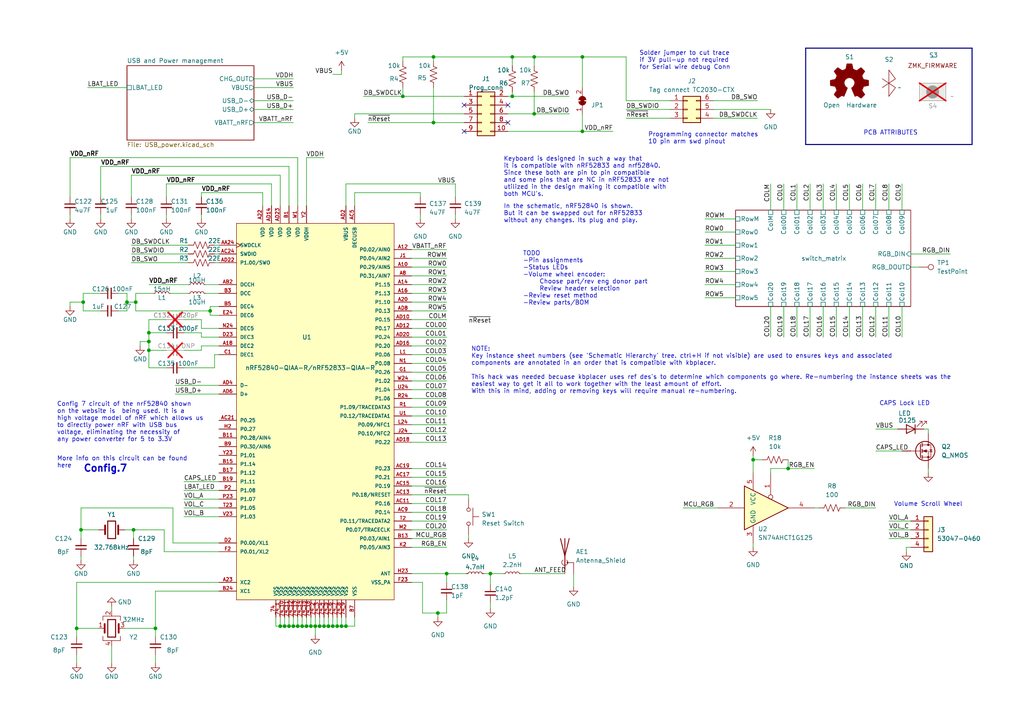
<source format=kicad_sch>
(kicad_sch (version 20250114) (generator "eeschema") (generator_version "9.0")
  (paper "A4")
  (title_block (title "Main Page") (date "2024-02-17") (rev "1.0") (company "HW-tinkerers"))
  (text "Config.7\n" (at 24.13 137.16 0) (effects (font (size 2 2) (thickness 0.4) (bold yes)) (justify left bottom)))
  (text "PCB ATTRIBUTES" (at 258.318 38.608 0) (effects (font (size 1.27 1.27))))
  (text "NOTE:\nKey instance sheet numbers (see 'Schematic Hierarchy' tree. ctrl+H if not visible) are used to ensures keys and associated\ncomponents are annotated in an order that is compatible with kbplacer.\n\nThis hack was needed becuase kbplacer uses ref des's to determine which components go where. Re-numbering the instance sheets was the\neasiest way to get it all to work together with the least amount of effort.\nWith this in mind, adding or removing keys will require manual re-numbering." (at 136.652 107.442 0) (effects (font (size 1.27 1.27)) (justify left)))
  (text "CAPS Lock LED" (at 262.382 117.094 0) (effects (font (size 1.27 1.27))))
  (text "More info on this circuit can be found\nhere\n" (at 16.51 135.89 0) (effects (font (size 1.27 1.27)) (justify left bottom)))
  (text "Keyboard is designed in such a way that \nit is compatible with nRF52833 and nrf52840.\nSince these both are pin to pin compatible \nand some pins that are NC in nRF52833 are not\nutilized in the design making it compatible with \nboth MCU's." (at 146.05 57.15 0) (effects (font (size 1.27 1.27)) (justify left bottom)))
  (text "Programming connector matches \n10 pin arm swd pinout" (at 187.96 41.91 0) (effects (font (size 1.27 1.27)) (justify left bottom)))
  (text "In the schematic, nRF52840 is shown. \nBut it can be swapped out for nRF52833 \nwithout any changes. Its plug and play." (at 146.05 64.77 0) (effects (font (size 1.27 1.27)) (justify left bottom)))
  (text "Solder jumper to cut trace \nif 3V pull-up not required \nfor Serial wire debug Conn" (at 185.42 20.32 0) (effects (font (size 1.27 1.27)) (justify left bottom)))
  (text "Volume Scroll Wheel" (at 269.24 146.304 0) (effects (font (size 1.27 1.27))))
  (text "Config 7 circuit of the nrF52840 shown \non the website is  being used. It is a \nhigh voltage model of nRF which allows us \nto directly power nRF with USB bus \nvoltage, eliminating the necessity of\nany power converter for 5 to 3.3V\n" (at 16.51 128.27 0) (effects (font (size 1.27 1.27)) (justify left bottom)))
  (text "TODO\n-Pin assignments\n-Status LEDs\n-Volume wheel encoder:\n	Choose part/rev eng donor part\n	Review header selection\n-Review reset method\n-Review parts/BOM" (at 151.638 80.772 0) (effects (font (size 1.27 1.27)) (justify left)))
  (junction (at 96.52 181.61))
  (junction (at 93.98 181.61))
  (junction (at 218.44 133.35))
  (junction (at 91.44 181.61))
  (junction (at 39.37 87.63))
  (junction (at 88.9 181.61))
  (junction (at 95.25 181.61))
  (junction (at 85.09 181.61))
  (junction (at 22.225 182.245))
  (junction (at 60.96 90.17))
  (junction (at 43.18 96.52))
  (junction (at 97.79 181.61))
  (junction (at 125.73 16.51))
  (junction (at 100.33 181.61))
  (junction (at 142.24 166.37))
  (junction (at 154.94 33.02))
  (junction (at 168.91 38.1))
  (junction (at 24.13 87.63))
  (junction (at 116.84 27.94))
  (junction (at 36.83 87.63))
  (junction (at 43.18 101.6))
  (junction (at 83.82 181.61))
  (junction (at 148.59 27.94))
  (junction (at 86.36 181.61))
  (junction (at 129.54 166.37))
  (junction (at 23.495 153.67))
  (junction (at 38.735 153.67))
  (junction (at 82.55 181.61))
  (junction (at 154.94 16.51))
  (junction (at 45.085 182.245))
  (junction (at 228.6 135.89))
  (junction (at 168.91 16.51))
  (junction (at 92.71 181.61))
  (junction (at 87.63 181.61))
  (junction (at 43.18 99.06))
  (junction (at 127 177.8))
  (junction (at 90.17 181.61))
  (junction (at 125.73 35.56))
  (junction (at 148.59 16.51))
  (junction (at 81.28 181.61))
  (junction (at 99.06 181.61))
  (no_connect (at 147.32 35.56))
  (no_connect (at 134.62 30.48))
  (no_connect (at 147.32 30.48))
  (no_connect (at 134.62 38.1))
  (wire (pts (xy 250.19 88.9) (xy 250.19 97.79)))
  (wire (pts (xy 96.52 179.07) (xy 96.52 181.61)))
  (wire (pts (xy 43.18 106.68) (xy 48.26 106.68)))
  (wire (pts (xy 142.24 166.37) (xy 146.05 166.37)))
  (wire (pts (xy 83.82 48.26) (xy 83.82 59.69)))
  (wire (pts (xy 22.225 168.91) (xy 22.225 182.245)))
  (wire (pts (xy 73.66 31.75) (xy 85.09 31.75)))
  (wire (pts (xy 58.42 92.71) (xy 58.42 95.25)))
  (wire (pts (xy 87.63 179.07) (xy 87.63 181.61)))
  (wire (pts (xy 73.66 35.56) (xy 85.09 35.56)))
  (wire (pts (xy 102.87 33.02) (xy 134.62 33.02)))
  (wire (pts (xy 99.06 179.07) (xy 99.06 181.61)))
  (wire (pts (xy 38.1 71.12) (xy 54.61 71.12)))
  (wire (pts (xy 254 124.46) (xy 260.35 124.46)))
  (wire (pts (xy 204.47 71.12) (xy 213.36 71.12)))
  (wire (pts (xy 198.12 147.32) (xy 208.28 147.32)))
  (wire (pts (xy 207.01 29.21) (xy 219.71 29.21)))
  (wire (pts (xy 23.495 147.32) (xy 23.495 153.67)))
  (wire (pts (xy 234.95 53.34) (xy 234.95 60.96)))
  (wire (pts (xy 119.38 158.75) (xy 129.54 158.75)))
  (wire (pts (xy 121.92 62.23) (xy 121.92 63.5)))
  (wire (pts (xy 231.14 88.9) (xy 231.14 97.79)))
  (wire (pts (xy 48.26 57.15) (xy 48.26 53.34)))
  (wire (pts (xy 234.95 88.9) (xy 234.95 97.79)))
  (wire (pts (xy 119.38 138.43) (xy 129.54 138.43)))
  (wire (pts (xy 125.73 16.51) (xy 148.59 16.51)))
  (wire (pts (xy 43.18 99.06) (xy 43.18 101.6)))
  (wire (pts (xy 140.335 166.37) (xy 142.24 166.37)))
  (wire (pts (xy 228.6 135.89) (xy 236.22 135.89)))
  (wire (pts (xy 147.32 33.02) (xy 154.94 33.02)))
  (wire (pts (xy 20.32 45.72) (xy 20.32 57.15)))
  (wire (pts (xy 100.33 59.69) (xy 100.33 53.34)))
  (wire (pts (xy 119.38 105.41) (xy 129.54 105.41)))
  (wire (pts (xy 127 177.8) (xy 127 179.07)))
  (wire (pts (xy 86.36 45.72) (xy 86.36 59.69)))
  (wire (pts (xy 43.18 101.6) (xy 48.26 101.6)))
  (wire (pts (xy 116.84 27.94) (xy 134.62 27.94)))
  (wire (pts (xy 36.83 87.63) (xy 39.37 87.63)))
  (wire (pts (xy 58.42 57.15) (xy 58.42 55.88)))
  (wire (pts (xy 154.94 26.67) (xy 154.94 33.02)))
  (wire (pts (xy 43.18 82.55) (xy 54.61 82.55)))
  (wire (pts (xy 154.94 16.51) (xy 154.94 19.05)))
  (wire (pts (xy 29.21 62.23) (xy 29.21 63.5)))
  (wire (pts (xy 91.44 181.61) (xy 91.44 184.15)))
  (wire (pts (xy 119.38 87.63) (xy 129.54 87.63)))
  (wire (pts (xy 116.84 16.51) (xy 125.73 16.51)))
  (wire (pts (xy 257.81 88.9) (xy 257.81 97.79)))
  (wire (pts (xy 267.97 124.46) (xy 269.24 124.46)))
  (wire (pts (xy 88.9 181.61) (xy 87.63 181.61)))
  (wire (pts (xy 38.735 153.67) (xy 38.735 156.21)))
  (wire (pts (xy 148.59 26.67) (xy 148.59 27.94)))
  (wire (pts (xy 36.195 182.245) (xy 45.085 182.245)))
  (wire (pts (xy 29.21 57.15) (xy 29.21 48.26)))
  (wire (pts (xy 95.25 179.07) (xy 95.25 181.61)))
  (wire (pts (xy 49.53 85.09) (xy 54.61 85.09)))
  (wire (pts (xy 119.38 80.01) (xy 129.54 80.01)))
  (wire (pts (xy 20.32 88.9) (xy 20.32 87.63)))
  (wire (pts (xy 119.38 97.79) (xy 129.54 97.79)))
  (wire (pts (xy 45.085 182.245) (xy 45.085 184.785)))
  (wire (pts (xy 92.71 181.61) (xy 91.44 181.61)))
  (wire (pts (xy 257.81 156.21) (xy 264.16 156.21)))
  (wire (pts (xy 264.16 77.47) (xy 266.7 77.47)))
  (bus (pts (xy 233.68 13.97) (xy 233.68 41.91)))
  (wire (pts (xy 100.33 53.34) (xy 132.08 53.34)))
  (wire (pts (xy 102.87 55.88) (xy 121.92 55.88)))
  (wire (pts (xy 99.06 21.59) (xy 96.52 21.59)))
  (wire (pts (xy 264.16 73.66) (xy 275.59 73.66)))
  (wire (pts (xy 24.13 87.63) (xy 24.13 90.17)))
  (wire (pts (xy 24.13 90.17) (xy 29.21 90.17)))
  (wire (pts (xy 119.38 135.89) (xy 129.54 135.89)))
  (wire (pts (xy 119.38 102.87) (xy 129.54 102.87)))
  (wire (pts (xy 264.16 158.75) (xy 262.89 158.75)))
  (wire (pts (xy 43.18 92.71) (xy 43.18 96.52)))
  (wire (pts (xy 119.38 107.95) (xy 129.54 107.95)))
  (wire (pts (xy 93.98 179.07) (xy 93.98 181.61)))
  (wire (pts (xy 23.495 153.67) (xy 28.575 153.67)))
  (wire (pts (xy 246.38 53.34) (xy 246.38 60.96)))
  (wire (pts (xy 125.73 25.4) (xy 125.73 35.56)))
  (wire (pts (xy 147.32 38.1) (xy 168.91 38.1)))
  (wire (pts (xy 38.1 57.15) (xy 38.1 50.8)))
  (wire (pts (xy 119.38 151.13) (xy 129.54 151.13)))
  (wire (pts (xy 23.495 161.29) (xy 23.495 162.56)))
  (wire (pts (xy 204.47 63.5) (xy 213.36 63.5)))
  (wire (pts (xy 105.41 27.94) (xy 116.84 27.94)))
  (wire (pts (xy 53.34 96.52) (xy 58.42 96.52)))
  (wire (pts (xy 166.37 166.37) (xy 166.37 170.18)))
  (wire (pts (xy 204.47 82.55) (xy 213.36 82.55)))
  (wire (pts (xy 119.38 140.97) (xy 129.54 140.97)))
  (wire (pts (xy 90.17 179.07) (xy 90.17 181.61)))
  (wire (pts (xy 246.38 88.9) (xy 246.38 97.79)))
  (wire (pts (xy 154.94 33.02) (xy 165.1 33.02)))
  (wire (pts (xy 97.79 181.61) (xy 96.52 181.61)))
  (wire (pts (xy 119.38 120.65) (xy 129.54 120.65)))
  (wire (pts (xy 20.32 45.72) (xy 86.36 45.72)))
  (bus (pts (xy 233.68 13.97) (xy 281.94 13.97)))
  (wire (pts (xy 59.69 85.09) (xy 63.5 85.09)))
  (wire (pts (xy 60.96 90.17) (xy 60.96 88.9)))
  (wire (pts (xy 88.9 45.72) (xy 88.9 59.69)))
  (wire (pts (xy 22.225 182.245) (xy 28.575 182.245)))
  (wire (pts (xy 62.23 106.68) (xy 62.23 102.87)))
  (wire (pts (xy 29.21 85.09) (xy 24.13 85.09)))
  (wire (pts (xy 227.33 88.9) (xy 227.33 97.79)))
  (wire (pts (xy 218.44 133.35) (xy 220.98 133.35)))
  (wire (pts (xy 48.26 92.71) (xy 43.18 92.71)))
  (wire (pts (xy 38.1 50.8) (xy 81.28 50.8)))
  (wire (pts (xy 250.19 53.34) (xy 250.19 60.96)))
  (wire (pts (xy 207.01 31.75) (xy 223.52 31.75)))
  (wire (pts (xy 227.33 53.34) (xy 227.33 60.96)))
  (wire (pts (xy 245.11 147.32) (xy 254 147.32)))
  (wire (pts (xy 119.38 92.71) (xy 129.54 92.71)))
  (wire (pts (xy 119.38 125.73) (xy 129.54 125.73)))
  (wire (pts (xy 96.52 181.61) (xy 95.25 181.61)))
  (wire (pts (xy 119.38 148.59) (xy 129.54 148.59)))
  (wire (pts (xy 53.34 106.68) (xy 62.23 106.68)))
  (wire (pts (xy 22.225 182.245) (xy 22.225 184.785)))
  (wire (pts (xy 223.52 137.16) (xy 223.52 135.89)))
  (wire (pts (xy 43.18 101.6) (xy 43.18 106.68)))
  (wire (pts (xy 135.89 154.94) (xy 135.89 156.21)))
  (wire (pts (xy 91.44 181.61) (xy 90.17 181.61)))
  (wire (pts (xy 81.28 181.61) (xy 80.01 181.61)))
  (wire (pts (xy 168.91 38.1) (xy 177.8 38.1)))
  (wire (pts (xy 168.91 16.51) (xy 181.61 16.51)))
  (wire (pts (xy 254 130.81) (xy 261.62 130.81)))
  (wire (pts (xy 47.625 153.67) (xy 38.735 153.67)))
  (wire (pts (xy 119.38 82.55) (xy 129.54 82.55)))
  (wire (pts (xy 24.13 85.09) (xy 24.13 87.63)))
  (wire (pts (xy 129.54 166.37) (xy 135.255 166.37)))
  (wire (pts (xy 135.89 144.78) (xy 135.89 143.51)))
  (wire (pts (xy 125.73 35.56) (xy 134.62 35.56)))
  (wire (pts (xy 121.92 55.88) (xy 121.92 57.15)))
  (wire (pts (xy 50.8 111.76) (xy 63.5 111.76)))
  (wire (pts (xy 181.61 16.51) (xy 181.61 29.21)))
  (wire (pts (xy 92.71 179.07) (xy 92.71 181.61)))
  (wire (pts (xy 119.38 153.67) (xy 129.54 153.67)))
  (wire (pts (xy 81.28 179.07) (xy 81.28 181.61)))
  (wire (pts (xy 261.62 88.9) (xy 261.62 97.79)))
  (wire (pts (xy 147.32 27.94) (xy 148.59 27.94)))
  (wire (pts (xy 39.37 87.63) (xy 39.37 90.17)))
  (bus (pts (xy 281.94 41.91) (xy 233.68 41.91)))
  (wire (pts (xy 38.1 73.66) (xy 54.61 73.66)))
  (wire (pts (xy 39.37 90.17) (xy 60.96 90.17)))
  (wire (pts (xy 238.76 53.34) (xy 238.76 60.96)))
  (wire (pts (xy 257.81 153.67) (xy 264.16 153.67)))
  (wire (pts (xy 53.34 147.32) (xy 63.5 147.32)))
  (wire (pts (xy 73.66 22.86) (xy 85.09 22.86)))
  (wire (pts (xy 53.34 142.24) (xy 63.5 142.24)))
  (wire (pts (xy 119.38 72.39) (xy 129.54 72.39)))
  (wire (pts (xy 58.42 62.23) (xy 58.42 63.5)))
  (wire (pts (xy 228.6 133.35) (xy 228.6 135.89)))
  (wire (pts (xy 204.47 78.74) (xy 213.36 78.74)))
  (wire (pts (xy 58.42 100.33) (xy 63.5 100.33)))
  (wire (pts (xy 119.38 110.49) (xy 129.54 110.49)))
  (wire (pts (xy 44.45 85.09) (xy 39.37 85.09)))
  (wire (pts (xy 58.42 96.52) (xy 58.42 97.79)))
  (wire (pts (xy 53.34 101.6) (xy 58.42 101.6)))
  (wire (pts (xy 119.38 100.33) (xy 129.54 100.33)))
  (wire (pts (xy 43.18 96.52) (xy 48.26 96.52)))
  (wire (pts (xy 86.36 179.07) (xy 86.36 181.61)))
  (wire (pts (xy 129.54 166.37) (xy 129.54 168.91)))
  (wire (pts (xy 119.38 113.03) (xy 129.54 113.03)))
  (wire (pts (xy 116.84 17.78) (xy 116.84 16.51)))
  (wire (pts (xy 22.225 189.865) (xy 22.225 192.405)))
  (wire (pts (xy 88.9 45.72) (xy 93.98 45.72)))
  (wire (pts (xy 32.385 177.165) (xy 32.385 175.895)))
  (wire (pts (xy 119.38 74.93) (xy 129.54 74.93)))
  (wire (pts (xy 32.385 192.405) (xy 32.385 187.325)))
  (wire (pts (xy 62.23 73.66) (xy 63.5 73.66)))
  (wire (pts (xy 25.4 25.4) (xy 36.83 25.4)))
  (wire (pts (xy 53.34 149.86) (xy 63.5 149.86)))
  (wire (pts (xy 102.87 181.61) (xy 100.33 181.61)))
  (wire (pts (xy 83.82 181.61) (xy 82.55 181.61)))
  (wire (pts (xy 43.18 99.06) (xy 40.64 99.06)))
  (wire (pts (xy 257.81 151.13) (xy 264.16 151.13)))
  (wire (pts (xy 99.06 20.32) (xy 99.06 21.59)))
  (wire (pts (xy 148.59 16.51) (xy 148.59 19.05)))
  (wire (pts (xy 168.91 33.02) (xy 168.91 38.1)))
  (wire (pts (xy 60.96 90.17) (xy 60.96 91.44)))
  (wire (pts (xy 23.495 147.32) (xy 50.165 147.32)))
  (wire (pts (xy 148.59 27.94) (xy 165.1 27.94)))
  (wire (pts (xy 102.87 59.69) (xy 102.87 55.88)))
  (wire (pts (xy 142.24 174.625) (xy 142.24 176.53)))
  (wire (pts (xy 73.66 25.4) (xy 85.09 25.4)))
  (wire (pts (xy 63.5 88.9) (xy 60.96 88.9)))
  (wire (pts (xy 257.81 53.34) (xy 257.81 60.96)))
  (wire (pts (xy 90.17 181.61) (xy 88.9 181.61)))
  (wire (pts (xy 119.38 85.09) (xy 129.54 85.09)))
  (wire (pts (xy 38.1 76.2) (xy 54.61 76.2)))
  (wire (pts (xy 29.21 48.26) (xy 83.82 48.26)))
  (wire (pts (xy 122.555 168.91) (xy 122.555 177.8)))
  (wire (pts (xy 85.09 181.61) (xy 83.82 181.61)))
  (wire (pts (xy 102.87 179.07) (xy 102.87 181.61)))
  (wire (pts (xy 119.38 166.37) (xy 129.54 166.37)))
  (wire (pts (xy 238.76 88.9) (xy 238.76 97.79)))
  (wire (pts (xy 207.01 34.29) (xy 219.71 34.29)))
  (wire (pts (xy 80.01 181.61) (xy 80.01 179.07)))
  (wire (pts (xy 88.9 179.07) (xy 88.9 181.61)))
  (wire (pts (xy 119.38 123.19) (xy 129.54 123.19)))
  (wire (pts (xy 168.91 16.51) (xy 168.91 25.4)))
  (wire (pts (xy 47.625 160.02) (xy 47.625 153.67)))
  (wire (pts (xy 122.555 177.8) (xy 127 177.8)))
  (wire (pts (xy 119.38 128.27) (xy 129.54 128.27)))
  (wire (pts (xy 119.38 118.11) (xy 129.54 118.11)))
  (wire (pts (xy 236.22 147.32) (xy 237.49 147.32)))
  (wire (pts (xy 100.33 181.61) (xy 99.06 181.61)))
  (wire (pts (xy 60.96 91.44) (xy 63.5 91.44)))
  (wire (pts (xy 53.34 144.78) (xy 63.5 144.78)))
  (wire (pts (xy 93.98 181.61) (xy 92.71 181.61)))
  (wire (pts (xy 223.52 53.34) (xy 223.52 60.96)))
  (wire (pts (xy 39.37 85.09) (xy 39.37 87.63)))
  (wire (pts (xy 242.57 88.9) (xy 242.57 97.79)))
  (wire (pts (xy 58.42 97.79) (xy 63.5 97.79)))
  (wire (pts (xy 83.82 179.07) (xy 83.82 181.61)))
  (wire (pts (xy 63.5 171.45) (xy 45.085 171.45)))
  (wire (pts (xy 204.47 67.31) (xy 213.36 67.31)))
  (wire (pts (xy 181.61 29.21) (xy 194.31 29.21)))
  (wire (pts (xy 20.32 62.23) (xy 20.32 63.5)))
  (wire (pts (xy 119.38 90.17) (xy 129.54 90.17)))
  (wire (pts (xy 34.29 90.17) (xy 36.83 90.17)))
  (wire (pts (xy 119.38 115.57) (xy 129.54 115.57)))
  (wire (pts (xy 223.52 135.89) (xy 228.6 135.89)))
  (wire (pts (xy 87.63 181.61) (xy 86.36 181.61)))
  (wire (pts (xy 132.08 62.23) (xy 132.08 63.5)))
  (wire (pts (xy 204.47 74.93) (xy 213.36 74.93)))
  (wire (pts (xy 151.13 166.37) (xy 163.83 166.37)))
  (wire (pts (xy 58.42 101.6) (xy 58.42 100.33)))
  (wire (pts (xy 262.89 158.75) (xy 262.89 160.02)))
  (wire (pts (xy 218.44 133.35) (xy 218.44 137.16)))
  (wire (pts (xy 254 53.34) (xy 254 60.96)))
  (wire (pts (xy 269.24 135.89) (xy 269.24 137.16)))
  (wire (pts (xy 38.735 161.29) (xy 38.735 162.56)))
  (wire (pts (xy 45.085 189.865) (xy 45.085 192.405)))
  (wire (pts (xy 53.34 92.71) (xy 58.42 92.71)))
  (wire (pts (xy 63.5 160.02) (xy 47.625 160.02)))
  (wire (pts (xy 218.44 132.08) (xy 218.44 133.35)))
  (wire (pts (xy 254 88.9) (xy 254 97.79)))
  (wire (pts (xy 86.36 181.61) (xy 85.09 181.61)))
  (wire (pts (xy 148.59 16.51) (xy 154.94 16.51)))
  (wire (pts (xy 50.165 147.32) (xy 50.165 157.48)))
  (wire (pts (xy 48.26 53.34) (xy 78.74 53.34)))
  (wire (pts (xy 34.29 85.09) (xy 36.83 85.09)))
  (wire (pts (xy 223.52 88.9) (xy 223.52 97.79)))
  (wire (pts (xy 231.14 53.34) (xy 231.14 60.96)))
  (wire (pts (xy 62.23 71.12) (xy 63.5 71.12)))
  (wire (pts (xy 119.38 156.21) (xy 129.54 156.21)))
  (wire (pts (xy 58.42 55.88) (xy 76.2 55.88)))
  (wire (pts (xy 50.165 157.48) (xy 63.5 157.48)))
  (wire (pts (xy 132.08 53.34) (xy 132.08 57.15)))
  (wire (pts (xy 36.83 85.09) (xy 36.83 87.63)))
  (wire (pts (xy 78.74 53.34) (xy 78.74 59.69)))
  (wire (pts (xy 40.64 99.06) (xy 40.64 100.33)))
  (wire (pts (xy 58.42 95.25) (xy 63.5 95.25)))
  (wire (pts (xy 53.34 139.7) (xy 63.5 139.7)))
  (wire (pts (xy 99.06 181.61) (xy 97.79 181.61)))
  (wire (pts (xy 73.66 29.21) (xy 85.09 29.21)))
  (wire (pts (xy 142.24 166.37) (xy 142.24 169.545)))
  (wire (pts (xy 119.38 146.05) (xy 129.54 146.05)))
  (wire (pts (xy 97.79 179.07) (xy 97.79 181.61)))
  (wire (pts (xy 269.24 124.46) (xy 269.24 125.73)))
  (wire (pts (xy 181.61 31.75) (xy 194.31 31.75)))
  (wire (pts (xy 20.32 87.63) (xy 24.13 87.63)))
  (wire (pts (xy 181.61 34.29) (xy 194.31 34.29)))
  (wire (pts (xy 218.44 157.48) (xy 218.44 158.75)))
  (wire (pts (xy 119.38 95.25) (xy 129.54 95.25)))
  (wire (pts (xy 36.83 87.63) (xy 36.83 90.17)))
  (wire (pts (xy 82.55 179.07) (xy 82.55 181.61)))
  (wire (pts (xy 95.25 181.61) (xy 93.98 181.61)))
  (wire (pts (xy 76.2 55.88) (xy 76.2 59.69)))
  (wire (pts (xy 261.62 53.34) (xy 261.62 60.96)))
  (wire (pts (xy 48.26 62.23) (xy 48.26 63.5)))
  (wire (pts (xy 204.47 86.36) (xy 213.36 86.36)))
  (wire (pts (xy 106.68 35.56) (xy 125.73 35.56)))
  (wire (pts (xy 36.195 153.67) (xy 38.735 153.67)))
  (wire (pts (xy 45.085 171.45) (xy 45.085 182.245)))
  (wire (pts (xy 102.87 33.02) (xy 102.87 34.29)))
  (wire (pts (xy 63.5 168.91) (xy 22.225 168.91)))
  (wire (pts (xy 85.09 179.07) (xy 85.09 181.61)))
  (wire (pts (xy 127 177.8) (xy 129.54 177.8)))
  (wire (pts (xy 100.33 179.07) (xy 100.33 181.61)))
  (wire (pts (xy 242.57 53.34) (xy 242.57 60.96)))
  (bus (pts (xy 281.94 13.97) (xy 281.94 41.91)))
  (wire (pts (xy 59.69 82.55) (xy 63.5 82.55)))
  (wire (pts (xy 119.38 143.51) (xy 135.89 143.51)))
  (wire (pts (xy 119.38 168.91) (xy 122.555 168.91)))
  (wire (pts (xy 23.495 153.67) (xy 23.495 156.21)))
  (wire (pts (xy 38.1 62.23) (xy 38.1 63.5)))
  (wire (pts (xy 91.44 179.07) (xy 91.44 181.61)))
  (wire (pts (xy 129.54 173.99) (xy 129.54 177.8)))
  (wire (pts (xy 81.28 50.8) (xy 81.28 59.69)))
  (wire (pts (xy 116.84 25.4) (xy 116.84 27.94)))
  (wire (pts (xy 62.23 76.2) (xy 63.5 76.2)))
  (wire (pts (xy 43.18 96.52) (xy 43.18 99.06)))
  (wire (pts (xy 119.38 77.47) (xy 129.54 77.47)))
  (wire (pts (xy 82.55 181.61) (xy 81.28 181.61)))
  (wire (pts (xy 62.23 102.87) (xy 63.5 102.87)))
  (wire (pts (xy 154.94 16.51) (xy 168.91 16.51)))
  (wire (pts (xy 125.73 16.51) (xy 125.73 17.78)))
  (wire (pts (xy 50.8 114.3) (xy 63.5 114.3)))
  (label "COL14" (at 246.38 97.79 90))
  (label "COL05" (at 129.54 107.95 180))
  (label "USB_D-" (at 50.8 111.76 0))
  (label "ROW4" (at 129.54 87.63 180))
  (label "COL09" (at 129.54 118.11 180))
  (label "ANT_FEED" (at 154.94 166.37 0))
  (label "COL08" (at 129.54 115.57 180))
  (label "VOL_C" (at 53.34 147.32 0))
  (label "ROW2" (at 129.54 82.55 180))
  (label "COL12" (at 129.54 125.73 180))
  (label "USB_D+" (at 85.09 31.75 180))
  (label "COL12" (at 254 97.79 90))
  (label "CAPS_LED" (at 254 130.81 0))
  (label "VOL_C" (at 257.81 153.67 0))
  (label "COL11" (at 129.54 123.19 180))
  (label "VDD_nRF" (at 29.21 48.26 0) (effects (font (bold yes))))
  (label "COL20" (at 129.54 153.67 180))
  (label "VBUS" (at 254 124.46 0))
  (label "USB_D+" (at 50.8 114.3 0))
  (label "ROW1" (at 129.54 80.01 180))
  (label "RGB_DIN" (at 254 147.32 180))
  (label "COL1" (at 231.14 53.34 270))
  (label "COL00" (at 129.54 95.25 180))
  (label "RGB_DIN" (at 275.59 73.66 180))
  (label "MCU_RGB" (at 129.54 156.21 180))
  (label "COL18" (at 129.54 148.59 180))
  (label "COL0" (at 227.33 53.34 270))
  (label "VDD_nRF" (at 177.8 38.1 180))
  (label "DB_SWO" (at 219.71 29.21 180))
  (label "COL03" (at 129.54 102.87 180))
  (label "COL16" (at 129.54 140.97 180))
  (label "COL2" (at 234.95 53.34 270))
  (label "DB_SWDCLK" (at 38.1 71.12 0))
  (label "COL15" (at 129.54 138.43 180))
  (label "VDD_nRF" (at 58.42 55.88 0) (effects (font (bold yes))))
  (label "COL17" (at 234.95 97.79 90))
  (label "ROWM" (at 204.47 63.5 0))
  (label "~{nReset}" (at 135.89 93.98 0))
  (label "COL14" (at 129.54 135.89 180))
  (label "DB_SWDIO" (at 165.1 33.02 180))
  (label "COL19" (at 129.54 151.13 180))
  (label "~{nReset}" (at 181.61 34.29 0))
  (label "COL8" (at 257.81 53.34 270))
  (label "MCU_RGB" (at 198.12 147.32 0))
  (label "COL02" (at 129.54 100.33 180))
  (label "COL20" (at 223.52 97.79 90))
  (label "COLM" (at 223.52 53.34 270))
  (label "VOL_B" (at 257.81 156.21 0))
  (label "CAPS_LED" (at 53.34 139.7 0))
  (label "COL11" (at 257.81 97.79 90))
  (label "DB_SWO" (at 38.1 76.2 0))
  (label "COL16" (at 238.76 97.79 90))
  (label "ROW1" (at 204.47 71.12 0))
  (label "COL7" (at 254 53.34 270))
  (label "COL10" (at 129.54 120.65 180))
  (label "ROW3" (at 204.47 78.74 0))
  (label "~{nReset}" (at 106.68 35.56 0))
  (label "COL10" (at 261.62 97.79 90))
  (label "VDD_nRF" (at 20.32 45.72 0) (effects (font (bold yes))))
  (label "DB_SWDCLK" (at 219.71 34.29 180))
  (label "COL13" (at 250.19 97.79 90))
  (label "VBATT_nRF" (at 129.54 72.39 180))
  (label "COL18" (at 231.14 97.79 90))
  (label "COL4" (at 242.57 53.34 270))
  (label "COL04" (at 129.54 105.41 180))
  (label "VBUS" (at 132.08 53.34 180))
  (label "VDDH" (at 93.98 45.72 180))
  (label "LBAT_LED" (at 25.4 25.4 0))
  (label "COL07" (at 129.54 113.03 180))
  (label "COL06" (at 129.54 110.49 180))
  (label "ROW5" (at 129.54 90.17 180))
  (label "RGB_EN" (at 236.22 135.89 180))
  (label "LBAT_LED" (at 53.34 142.24 0))
  (label "VDD_nRF" (at 43.18 82.55 0) (effects (font (bold yes))))
  (label "VOL_B" (at 53.34 149.86 0))
  (label "ROWM" (at 129.54 74.93 180))
  (label "ROW4" (at 204.47 82.55 0))
  (label "COL19" (at 227.33 97.79 90))
  (label "COL17" (at 129.54 146.05 180))
  (label "DB_SWDIO" (at 181.61 31.75 0))
  (label "COL3" (at 238.76 53.34 270))
  (label "USB_D-" (at 85.09 29.21 180))
  (label "ROW2" (at 204.47 74.93 0))
  (label "COL9" (at 261.62 53.34 270))
  (label "DB_SWDIO" (at 38.1 73.66 0))
  (label "DB_SWO" (at 165.1 27.94 180))
  (label "COL5" (at 246.38 53.34 270))
  (label "VOL_A" (at 53.34 144.78 0))
  (label "RGB_EN" (at 129.54 158.75 180))
  (label "ROW0" (at 129.54 77.47 180))
  (label "VBUS" (at 85.09 25.4 180))
  (label "VDD_nRF" (at 38.1 50.8 0) (effects (font (bold yes))))
  (label "ROW0" (at 204.47 67.31 0))
  (label "ROW3" (at 129.54 85.09 180))
  (label "VBUS" (at 96.52 21.59 180))
  (label "VOL_A" (at 257.81 151.13 0))
  (label "COL13" (at 129.54 128.27 180))
  (label "DB_SWDCLK" (at 105.41 27.94 0))
  (label "ROW5" (at 204.47 86.36 0))
  (label "VDD_nRF" (at 48.26 53.34 0) (effects (font (bold yes))))
  (label "COL15" (at 242.57 97.79 90))
  (label "VDDH" (at 85.09 22.86 180))
  (label "COL6" (at 250.19 53.34 270))
  (label "~{nReset}" (at 129.54 143.51 180))
  (label "COLM" (at 129.54 92.71 180))
  (label "VBATT_nRF" (at 85.09 35.56 180))
  (label "COL01" (at 129.54 97.79 180))
  (symbol (lib_id "power:GND") (at 132.08 63.5 0) (unit 1)
    (property "Reference" "#PWR0382" (effects (hide yes)))
    (property "Value" "GND" (at 132.08 68.58 0))
  )
  (symbol (lib_id "keyboard:C_Small") (at 50.8 96.52 90) (unit 1)
    (property "Reference" "C133" (at 48.26 95.25 90))
    (property "Value" "100pF" (at 54.61 95.25 90))
    (property "Footprint" "keyboard:C_0402_1005Metric" (effects (hide yes)))
    (property "Datasheet" "https://datasheet.lcsc.com/lcsc/2304140030_YAGEO-CC0402JRNPO9BN101_C106200.pdf" (effects (hide yes)))
    (property "PN" "CC0402JRNPO9BN101" (effects (hide yes)))
    (property "LCSC Part Number" "C106200" (effects (hide yes)))
    (property "LCSC link" "https://www.lcsc.com/product-detail/Multilayer-Ceramic-Capacitors-MLCC-SMD-SMT_YAGEO-CC0402JRNPO9BN101_C106200.html" (effects (hide yes)))
  )
  (symbol (lib_id "keyboard:L_Small") (at 137.795 166.37 90) (unit 1)
    (property "Reference" "L4" (at 137.795 161.925 90))
    (property "Value" "4.7nH" (at 137.795 164.465 90))
    (property "Footprint" "keyboard:L_0402_1005Metric" (effects (hide yes)))
    (property "Datasheet" "https://datasheet.lcsc.com/lcsc/2304140030_TDK-MLK1005S4N7ST000_C136252.pdf" (effects (hide yes)))
    (property "PN" "MLK1005S4N7ST000" (effects (hide yes)))
    (property "LCSC Part Number" "C136252" (effects (hide yes)))
    (property "LCSC link" "https://www.lcsc.com/product-detail/Inductors-SMD_TDK-MLK1005S4N7ST000_C136252.html" (effects (hide yes)))
  )
  (symbol (lib_id "power:GND") (at 102.87 34.29 0) (unit 1)
    (property "Reference" "#PWR0379" (effects (hide yes)))
    (property "Value" "GND" (at 102.87 38.1 0))
  )
  (symbol (lib_id "keyboard:R_US") (at 154.94 22.86 270) (unit 1)
    (property "Reference" "R7" (at 152.4 24.13 90))
    (property "Value" "10k" (at 152.4 20.32 90))
    (property "Footprint" "keyboard:R_0402_1005Metric" (effects (hide yes)))
    (property "Datasheet" "https://datasheet.lcsc.com/lcsc/2304140030_YAGEO-RC0402FR-0710KL_C60490.pdf" (effects (hide yes)))
    (property "PN" "RC0402FR-0710KL" (effects (hide yes)))
    (property "LCSC Part Number" "C60490" (effects (hide yes)))
    (property "LCSC link" "https://www.lcsc.com/product-detail/Chip-Resistor-Surface-Mount_YAGEO-RC0402FR-0710KL_C60490.html" (effects (hide yes)))
  )
  (symbol (lib_id "Device:LED") (at 264.16 124.46 180) (unit 1)
    (property "Reference" "D125" (at 263.144 121.92 0))
    (property "Value" "LED" (at 262.382 119.888 0))
    (property "Footprint" "keyboard:LED_0603_1608Metric" (effects (hide yes)))
    (property "Description" "Light emitting diode" (effects (hide yes)))
    (property "Sim.Pins" "1=K 2=A" (effects (hide yes)))
  )
  (symbol (lib_id "power:GND") (at 22.225 192.405 0) (unit 1)
    (property "Reference" "#PWR0366" (effects (hide yes)))
    (property "Value" "GND" (at 22.225 196.215 0))
  )
  (symbol (lib_id "keyboard:Conn_02x03") (at 199.39 31.75 0) (unit 1)
    (property "Reference" "J2" (at 200.66 23.495 0))
    (property "Value" "Tag connect TC2030-CTX" (at 200.66 26.035 0))
    (property "Footprint" "keyboard:TC2030-IDC-NL" (effects (hide yes)))
    (property "Datasheet" "https://www.tag-connect.com/wp-content/uploads/bsk-pdf-manager/TC2030-CTX_1.pdf" (effects (hide yes)))
  )
  (symbol (lib_id "Device:C_Small") (at 31.75 90.17 270) (mirror x) (unit 1)
    (property "Reference" "C127" (at 33.02 88.9 90) (effects (justify left)))
    (property "Value" "1uF" (at 26.67 88.9 90) (effects (justify left)))
    (property "Footprint" "keyboard:C_0603_1608Metric" (effects (hide yes)))
    (property "Datasheet" "https://datasheet.lcsc.com/lcsc/2209191700_Samsung-Electro-Mechanics-CL10A105KO8NNNC_C1592.pdf" (effects (hide yes)))
    (property "LCSC link" "https://www.lcsc.com/product-detail/Multilayer-Ceramic-Capacitors-MLCC-SMD-SMT_Samsung-Electro-Mechanics-CL10A105KO8NNNC_C1592.html" (effects (hide yes)))
    (property "PN" "CL10A105KO8NNNC" (effects (hide yes)))
    (property "LCSC Part Number" "C1592" (effects (hide yes)))
  )
  (symbol (lib_id "keyboard:C_Small") (at 23.495 158.75 180) (unit 1)
    (property "Reference" "C124" (at 18.415 156.21 0))
    (property "Value" "8pF" (at 18.415 160.02 0))
    (property "Footprint" "keyboard:C_0402_1005Metric" (effects (hide yes)))
    (property "Datasheet" "https://www.lcsc.com/product-detail/Multilayer-Ceramic-Capacitors-MLCC-SMD-SMT_YAGEO-AC0402CRNPO9BN8R0_C962144.html" (effects (hide yes)))
    (property "PN" "AC0402CRNPO9BN8R0" (effects (hide yes)))
    (property "LCSC Part Number" "C962144" (effects (hide yes)))
    (property "LCSC link" "https://www.lcsc.com/product-detail/Multilayer-Ceramic-Capacitors-MLCC-SMD-SMT_YAGEO-CC0201CRNPO8BN8R0_C5182411.html" (effects (hide yes)))
  )
  (symbol (lib_id "keyboard:C_Small") (at 20.32 59.69 0) (unit 1)
    (property "Reference" "C122" (at 21.59 58.42 0) (effects (justify left)))
    (property "Value" "4u7F" (at 21.59 60.96 0) (effects (justify left)))
    (property "Footprint" "keyboard:C_0805_2012Metric" (effects (hide yes)))
    (property "Datasheet" "https://datasheet.lcsc.com/lcsc/2304140030_Samsung-Electro-Mechanics-CL21A475KAQNNNE_C1779.pdf" (effects (hide yes)))
    (property "LCSC link" "https://www.lcsc.com/product-detail/Multilayer-Ceramic-Capacitors-MLCC-SMD-SMT_Samsung-Electro-Mechanics-CL21A475KAQNNNE_C1779.html" (effects (hide yes)))
    (property "PN" "CL21A475KAQNNNE" (effects (hide yes)))
    (property "LCSC Part Number" "C1779" (effects (hide yes)))
  )
  (symbol (lib_id "keyboard:Outline") (at 270.51 26.67 0) (unit 1) (exclude_from_sim yes) (in_bom no) (dnp yes)
    (property "Reference" "S4" (at 269.24 30.734 0) (effects (justify left)))
    (property "Value" "~" (at 275.59 27.94 0) (effects (justify left)))
    (property "Footprint" "keyboard:Keybaord_outline_edgecuts" (effects (hide yes)))
    (property "Description" "Keyboard outline" (effects (hide yes)))
  )
  (symbol (lib_id "keyboard:R_US") (at 116.84 21.59 270) (unit 1)
    (property "Reference" "R4" (at 114.3 22.86 90))
    (property "Value" "10k" (at 114.3 19.05 90))
    (property "Footprint" "keyboard:R_0402_1005Metric" (effects (hide yes)))
    (property "Datasheet" "https://datasheet.lcsc.com/lcsc/2304140030_YAGEO-RC0402FR-0710KL_C60490.pdf" (effects (hide yes)))
    (property "PN" "RC0402FR-0710KL" (effects (hide yes)))
    (property "LCSC Part Number" "C60490" (effects (hide yes)))
    (property "LCSC link" "https://www.lcsc.com/product-detail/Chip-Resistor-Surface-Mount_YAGEO-RC0402FR-0710KL_C60490.html" (effects (hide yes)))
  )
  (symbol (lib_id "power:GND") (at 223.52 31.75 0) (unit 1)
    (property "Reference" "#PWR0388" (effects (hide yes)))
    (property "Value" "GND" (at 223.52 36.83 0))
  )
  (symbol (lib_id "power:GND") (at 38.1 63.5 0) (unit 1)
    (property "Reference" "#PWR0371" (effects (hide yes)))
    (property "Value" "GND" (at 38.1 67.31 0))
  )
  (symbol (lib_id "keyboard:Crystal_GND24") (at 32.385 182.245 0) (unit 1)
    (property "Reference" "Y2" (at 38.735 184.785 0))
    (property "Value" "32MHz" (at 38.735 179.705 0))
    (property "Footprint" "keyboard:SMD-4_crystal" (effects (hide yes)))
    (property "Datasheet" "https://datasheet.lcsc.com/lcsc/2304140030_JYJE-3TJ432000HYFBC_C2149125.pdf" (effects (hide yes)))
    (property "PN" "3TJ432000HYFBC" (effects (hide yes)))
    (property "LCSC link" "https://www.lcsc.com/product-detail/Crystals_JYJE-3TJ432000HYFBC_C2149125.html" (effects (hide yes)))
    (property "LCSC Part Number" "C2149125" (effects (hide yes)))
  )
  (symbol (lib_id "power:GND") (at 23.495 162.56 0) (unit 1)
    (property "Reference" "#PWR0367" (effects (hide yes)))
    (property "Value" "GND" (at 23.495 166.37 0))
  )
  (symbol (lib_id "power:GND") (at 20.32 88.9 0) (unit 1)
    (property "Reference" "#PWR0365" (effects (hide yes)))
    (property "Value" "GND" (at 20.32 92.71 0))
  )
  (symbol (lib_id "keyboard:L_Small") (at 57.15 82.55 90) (unit 1)
    (property "Reference" "L2" (at 57.15 80.01 90))
    (property "Value" "10uH" (at 57.15 81.28 90))
    (property "Footprint" "keyboard:L_0603_1608Metric" (effects (hide yes)))
    (property "LCSC Part Number" "C3911082" (effects (hide yes)))
    (property "LCSC link" "https://www.lcsc.com/product-detail/Inductors-SMD_Murata-Electronics-LQM18DZ100M70L_C3911082.html" (effects (hide yes)))
    (property "PN" "LQM18DZ100M70L" (effects (hide yes)))
  )
  (symbol (lib_id "power:GND") (at 121.92 63.5 0) (unit 1)
    (property "Reference" "#PWR0380" (effects (hide yes)))
    (property "Value" "GND" (at 121.92 68.58 0))
  )
  (symbol (lib_id "power:GND") (at 262.89 160.02 0) (unit 1)
    (property "Reference" "#PWR0389" (effects (hide yes)))
    (property "Value" "GND" (at 262.89 164.084 0))
    (property "Description" "Power symbol creates a global label with name \"GND\" , ground" (effects (hide yes)))
  )
  (symbol (lib_id "power:GND") (at 91.44 184.15 0) (unit 1)
    (property "Reference" "#PWR0377" (effects (hide yes)))
    (property "Value" "GND" (at 91.44 189.23 0))
  )
  (symbol (lib_id "power:GND") (at 58.42 63.5 0) (unit 1)
    (property "Reference" "#PWR0376" (effects (hide yes)))
    (property "Value" "GND" (at 58.42 67.31 0))
  )
  (symbol (lib_id "keyboard:Prog_conn") (at 139.7 33.02 0) (unit 1)
    (property "Reference" "J1" (at 140.97 22.86 0))
    (property "Value" "Prog_conn" (at 140.97 25.4 0))
    (property "Footprint" "keyboard:DB_CONN" (effects (hide yes)))
  )
  (symbol (lib_id "keyboard:C_Small") (at 50.8 106.68 90) (unit 1)
    (property "Reference" "C135" (at 48.26 105.41 90))
    (property "Value" "100nF" (at 54.61 105.41 90))
    (property "Footprint" "keyboard:C_0402_1005Metric" (effects (hide yes)))
    (property "Datasheet" "https://datasheet.lcsc.com/lcsc/2304140030_Samsung-Electro-Mechanics-CL05B104KO5NNNC_C1525.pdf" (effects (hide yes)))
    (property "PN" "CL05B104KO5NNNC" (effects (hide yes)))
    (property "LCSC Part Number" "C1525" (effects (hide yes)))
    (property "LCSC link" "https://www.lcsc.com/product-detail/Multilayer-Ceramic-Capacitors-MLCC-SMD-SMT_Samsung-Electro-Mechanics-CL05B104KO5NNNC_C1525.html" (effects (hide yes)))
  )
  (symbol (lib_id "power:GND") (at 48.26 63.5 0) (unit 1)
    (property "Reference" "#PWR0375" (effects (hide yes)))
    (property "Value" "GND" (at 48.26 67.31 0))
  )
  (symbol (lib_id "power:GND") (at 29.21 63.5 0) (unit 1)
    (property "Reference" "#PWR0368" (effects (hide yes)))
    (property "Value" "GND" (at 29.21 67.31 0))
  )
  (symbol (lib_name "R_US_1") (lib_id "keyboard:R_US") (at 224.79 133.35 90) (unit 1)
    (property "Reference" "R18" (at 224.79 127 90))
    (property "Value" "10k" (at 224.79 129.54 90))
    (property "Footprint" "Resistor_SMD:R_0402_1005Metric" (effects (hide yes)))
    (property "Description" "Resistor, US symbol" (effects (hide yes)))
  )
  (symbol (lib_id "power:+5V") (at 218.44 132.08 0) (unit 1)
    (property "Reference" "#PWR0386" (effects (hide yes)))
    (property "Value" "+5V" (at 218.44 127 0))
    (property "Description" "Power symbol creates a global label with name \"+5V\"" (effects (hide yes)))
  )
  (symbol (lib_id "keyboard:C_Small") (at 31.75 85.09 90) (unit 1)
    (property "Reference" "C126" (at 29.21 83.82 90))
    (property "Value" "100nF" (at 35.56 83.82 90))
    (property "Footprint" "keyboard:C_0402_1005Metric" (effects (hide yes)))
    (property "Datasheet" "https://datasheet.lcsc.com/lcsc/2304140030_Samsung-Electro-Mechanics-CL05B104KO5NNNC_C1525.pdf" (effects (hide yes)))
    (property "PN" "CL05B104KO5NNNC" (effects (hide yes)))
    (property "LCSC Part Number" "C1525" (effects (hide yes)))
    (property "LCSC link" "https://www.lcsc.com/product-detail/Multilayer-Ceramic-Capacitors-MLCC-SMD-SMT_Samsung-Electro-Mechanics-CL05B104KO5NNNC_C1525.html" (effects (hide yes)))
  )
  (symbol (lib_id "keyboard:BLE_SYM") (at 257.81 24.13 0) (unit 1)
    (property "Reference" "S2" (at 256.54 17.272 0) (effects (justify left)))
    (property "Value" "~" (at 260.35 25.4 0) (effects (justify left)))
    (property "Footprint" "keyboard:BLE-symbol" (effects (hide yes)))
  )
  (symbol (lib_id "keyboard:C_Small") (at 50.8 92.71 90) (unit 1) (in_bom no) (dnp yes)
    (property "Reference" "C132" (at 46.99 91.44 90))
    (property "Value" "820pF" (at 54.61 91.44 90))
    (property "Footprint" "keyboard:C_0402_1005Metric" (effects (hide yes)))
    (property "Datasheet" "https://datasheet.lcsc.com/lcsc/2008031703_YAGEO-CC0402KRX7R9BB821_C107031.pdf" (effects (hide yes)))
    (property "PN" "CC0402KRX7R9BB821" (effects (hide yes)))
    (property "LCSC Part Number" "C107031" (effects (hide yes)))
    (property "LCSC link" "https://www.lcsc.com/product-detail/Multilayer-Ceramic-Capacitors-MLCC-SMD-SMT_YAGEO-CC0402KRX7R9BB821_C107031.html" (effects (hide yes)))
  )
  (symbol (lib_id "Connector:TestPoint") (at 266.7 77.47 270) (unit 1)
    (property "Reference" "TP1" (at 271.78 76.1999 90) (effects (justify left)))
    (property "Value" "TestPoint" (at 271.78 78.7399 90) (effects (justify left)))
    (property "Footprint" "TestPoint:TestPoint_Pad_D1.5mm" (effects (hide yes)))
    (property "Description" "test point" (effects (hide yes)))
  )
  (symbol (lib_id "power:GND") (at 32.385 192.405 0) (unit 1)
    (property "Reference" "#PWR0370" (effects (hide yes)))
    (property "Value" "GND" (at 32.385 196.215 0))
  )
  (symbol (lib_id "keyboard:SW_Push") (at 135.89 149.86 270) (unit 1)
    (property "Reference" "SW1" (at 139.7 149.225 90) (effects (justify left)))
    (property "Value" "Reset Switch" (at 139.7 151.765 90) (effects (justify left)))
    (property "Footprint" "keyboard:RST_SW" (effects (hide yes)))
    (property "Datasheet" "https://datasheet.lcsc.com/lcsc/2204251630_XKB-Connectivity-TS-1127-C_C388640.pdf" (effects (hide yes)))
    (property "LCSC Part Number" "C388640" (effects (hide yes)))
    (property "PN" "    TS-1127-C" (effects (hide yes)))
    (property "LCSC link" "https://www.lcsc.com/product-detail/Tactile-Switches_XKB-Connectivity-TS-1127-C_C388640.html" (effects (hide yes)))
  )
  (symbol (lib_id "keyboard:R_US") (at 58.42 71.12 180) (unit 1)
    (property "Reference" "R1" (at 53.34 69.85 0))
    (property "Value" "22E" (at 62.23 69.85 0))
    (property "Footprint" "keyboard:R_0402_1005Metric" (effects (hide yes)))
    (property "Datasheet" "https://datasheet.lcsc.com/lcsc/2304140030_YAGEO-RC0402FR-0722RL_C114765.pdf" (effects (hide yes)))
    (property "PN" "RC0402FR-0722RL" (effects (hide yes)))
    (property "LCSC Part Number" "C114765" (effects (hide yes)))
    (property "LCSC link" "https://www.lcsc.com/product-detail/Chip-Resistor-Surface-Mount_YAGEO-RC0402FR-0722RL_C114765.html" (effects (hide yes)))
  )
  (symbol (lib_id "keyboard:R_US") (at 58.42 73.66 180) (unit 1)
    (property "Reference" "R2" (at 53.34 72.39 0))
    (property "Value" "22E" (at 62.23 72.39 0))
    (property "Footprint" "keyboard:R_0402_1005Metric" (effects (hide yes)))
    (property "Datasheet" "https://datasheet.lcsc.com/lcsc/2304140030_YAGEO-RC0402FR-0722RL_C114765.pdf" (effects (hide yes)))
    (property "PN" "RC0402FR-0722RL" (effects (hide yes)))
    (property "LCSC Part Number" "C114765" (effects (hide yes)))
    (property "LCSC link" "https://www.lcsc.com/product-detail/Chip-Resistor-Surface-Mount_YAGEO-RC0402FR-0722RL_C114765.html" (effects (hide yes)))
  )
  (symbol (lib_id "power:GND") (at 142.24 176.53 0) (unit 1)
    (property "Reference" "#PWR0384" (effects (hide yes)))
    (property "Value" "GND" (at 142.24 181.61 0))
  )
  (symbol (lib_id "power:GND") (at 32.385 175.895 180) (unit 1)
    (property "Reference" "#PWR0369" (effects (hide yes)))
    (property "Value" "GND" (at 36.195 174.625 0))
  )
  (symbol (lib_id "power:+5V") (at 99.06 20.32 0) (unit 1)
    (property "Reference" "#PWR0378" (effects (hide yes)))
    (property "Value" "+5V" (at 99.06 15.24 0))
    (property "Description" "Power symbol creates a global label with name \"+5V\"" (effects (hide yes)))
  )
  (symbol (lib_id "keyboard:C_Small") (at 58.42 59.69 0) (unit 1)
    (property "Reference" "C136" (at 59.69 58.42 0) (effects (justify left)))
    (property "Value" "100nF" (at 59.69 60.96 0) (effects (justify left)))
    (property "Footprint" "keyboard:C_0402_1005Metric" (effects (hide yes)))
    (property "Datasheet" "https://datasheet.lcsc.com/lcsc/2304140030_Samsung-Electro-Mechanics-CL05B104KO5NNNC_C1525.pdf" (effects (hide yes)))
    (property "PN" "CL05B104KO5NNNC" (effects (hide yes)))
    (property "LCSC Part Number" "C1525" (effects (hide yes)))
    (property "LCSC link" "https://www.lcsc.com/product-detail/Multilayer-Ceramic-Capacitors-MLCC-SMD-SMT_Samsung-Electro-Mechanics-CL05B104KO5NNNC_C1525.html" (effects (hide yes)))
  )
  (symbol (lib_id "keyboard:C_Small") (at 50.8 101.6 90) (unit 1) (in_bom no) (dnp yes)
    (property "Reference" "C134" (at 48.26 100.33 90))
    (property "Value" "DNP" (at 54.61 100.33 90))
    (property "Footprint" "keyboard:C_0402_1005Metric" (effects (hide yes)))
    (property "Datasheet" "DNP" (effects (hide yes)))
    (property "PN" "DNP" (effects (hide yes)))
    (property "LCSC Part Number" "DNP" (effects (hide yes)))
    (property "LCSC link" "DNP" (effects (hide yes)))
  )
  (symbol (lib_id "keyboard:L_Small") (at 46.99 85.09 90) (unit 1)
    (property "Reference" "L1" (at 46.99 86.36 90))
    (property "Value" "15nH" (at 46.99 83.82 90))
    (property "Footprint" "keyboard:L_0402_1005Metric" (effects (hide yes)))
    (property "Datasheet" "https://datasheet.lcsc.com/lcsc/1811081610_Murata-Electronics-LQG15HS15NJ02D_C86059.pdf" (effects (hide yes)))
    (property "LCSC Part Number" "C86059" (effects (hide yes)))
    (property "LCSC link" "https://www.lcsc.com/product-detail/Inductors-SMD_Murata-Electronics-LQG15HS15NJ02D_C86059.html" (effects (hide yes)))
    (property "PN" "LQG15HS15NJ02D" (effects (hide yes)))
  )
  (symbol (lib_id "keyboard:74LVC1G125") (at 223.52 147.32 0) (unit 1)
    (property "Reference" "U2" (at 221.234 153.416 0))
    (property "Value" "SN74AHCT1G125" (at 227.838 155.956 0))
    (property "Footprint" "Package_TO_SOT_SMD:SOT-23-5" (effects (hide yes)))
    (property "Datasheet" "https://www.ti.com/lit/ds/symlink/sn74lvc1g125.pdf" (effects (hide yes)))
    (property "Description" "Single Buffer Gate Tri-State, Low-Voltage CMOS" (effects (hide yes)))
  )
  (symbol (lib_id "keyboard:C_Small") (at 48.26 59.69 0) (unit 1)
    (property "Reference" "C131" (at 49.53 58.42 0) (effects (justify left)))
    (property "Value" "100nF" (at 49.53 60.96 0) (effects (justify left)))
    (property "Footprint" "keyboard:C_0402_1005Metric" (effects (hide yes)))
    (property "Datasheet" "https://datasheet.lcsc.com/lcsc/2304140030_Samsung-Electro-Mechanics-CL05B104KO5NNNC_C1525.pdf" (effects (hide yes)))
    (property "PN" "CL05B104KO5NNNC" (effects (hide yes)))
    (property "LCSC Part Number" "C1525" (effects (hide yes)))
    (property "LCSC link" "https://www.lcsc.com/product-detail/Multilayer-Ceramic-Capacitors-MLCC-SMD-SMT_Samsung-Electro-Mechanics-CL05B104KO5NNNC_C1525.html" (effects (hide yes)))
  )
  (symbol (lib_id "power:GND") (at 218.44 158.75 0) (unit 1)
    (property "Reference" "#PWR0387" (effects (hide yes)))
    (property "Value" "GND" (at 218.44 163.83 0))
  )
  (symbol (lib_id "keyboard:R_US") (at 148.59 22.86 270) (unit 1)
    (property "Reference" "R6" (at 146.05 24.13 90))
    (property "Value" "10k" (at 146.05 20.32 90))
    (property "Footprint" "keyboard:R_0402_1005Metric" (effects (hide yes)))
    (property "Datasheet" "https://datasheet.lcsc.com/lcsc/2304140030_YAGEO-RC0402FR-0710KL_C60490.pdf" (effects (hide yes)))
    (property "PN" "RC0402FR-0710KL" (effects (hide yes)))
    (property "LCSC Part Number" "C60490" (effects (hide yes)))
    (property "LCSC link" "https://www.lcsc.com/product-detail/Chip-Resistor-Surface-Mount_YAGEO-RC0402FR-0710KL_C60490.html" (effects (hide yes)))
  )
  (symbol (lib_id "keyboard:Conn_01x04") (at 269.24 153.67 0) (unit 1)
    (property "Reference" "J3" (at 271.78 153.6699 0) (effects (justify left)))
    (property "Value" "53047-0460" (at 271.78 156.2099 0) (effects (justify left)))
    (property "Footprint" "Connector_Molex:Molex_PicoBlade_53048-0410_1x04_P1.25mm_Horizontal" (effects (hide yes)))
    (property "Description" "Generic connector, single row, 01x04, script generated (kicad-library-utils/schlib/autogen/connector/)" (effects (hide yes)))
  )
  (symbol (lib_id "power:GND") (at 45.085 192.405 0) (unit 1)
    (property "Reference" "#PWR0374" (effects (hide yes)))
    (property "Value" "GND" (at 45.085 196.215 0))
  )
  (symbol (lib_id "keyboard:C_Small") (at 45.085 187.325 180) (unit 1)
    (property "Reference" "C130" (at 48.895 184.785 0))
    (property "Value" "8pF" (at 50.165 188.595 0))
    (property "Footprint" "keyboard:C_0402_1005Metric" (effects (hide yes)))
    (property "Datasheet" "https://www.lcsc.com/product-detail/Multilayer-Ceramic-Capacitors-MLCC-SMD-SMT_YAGEO-AC0402CRNPO9BN8R0_C962144.html" (effects (hide yes)))
    (property "PN" "AC0402CRNPO9BN8R0" (effects (hide yes)))
    (property "LCSC Part Number" "C962144" (effects (hide yes)))
    (property "LCSC link" "https://www.lcsc.com/product-detail/Multilayer-Ceramic-Capacitors-MLCC-SMD-SMT_YAGEO-CC0201CRNPO8BN8R0_C5182411.html" (effects (hide yes)))
  )
  (symbol (lib_id "Device:C_Small") (at 29.21 59.69 180) (unit 1)
    (property "Reference" "C125" (at 34.29 58.42 0) (effects (justify left)))
    (property "Value" "1uF" (at 34.29 60.96 0) (effects (justify left)))
    (property "Footprint" "keyboard:C_0603_1608Metric" (effects (hide yes)))
    (property "Datasheet" "https://datasheet.lcsc.com/lcsc/2209191700_Samsung-Electro-Mechanics-CL10A105KO8NNNC_C1592.pdf" (effects (hide yes)))
    (property "LCSC link" "https://www.lcsc.com/product-detail/Multilayer-Ceramic-Capacitors-MLCC-SMD-SMT_Samsung-Electro-Mechanics-CL10A105KO8NNNC_C1592.html" (effects (hide yes)))
    (property "PN" "CL10A105KO8NNNC" (effects (hide yes)))
    (property "LCSC Part Number" "C1592" (effects (hide yes)))
  )
  (symbol (lib_id "keyboard:C_Small") (at 129.54 171.45 0) (unit 1)
    (property "Reference" "C138" (at 130.81 170.18 0) (effects (justify left)))
    (property "Value" "1pF" (at 130.81 172.72 0) (effects (justify left)))
    (property "Footprint" "keyboard:C_0402_1005Metric" (effects (hide yes)))
    (property "Datasheet" "https://datasheet.lcsc.com/lcsc/2304140030_YAGEO-CC0402BRNPO9BN1R0_C309455.pdf" (effects (hide yes)))
    (property "PN" "CC0402BRNPO9BN1R0" (effects (hide yes)))
    (property "LCSC Part Number" "C309455" (effects (hide yes)))
    (property "LCSC link" "https://www.lcsc.com/product-detail/Multilayer-Ceramic-Capacitors-MLCC-SMD-SMT_YAGEO-CC0402BRNPO9BN1R0_C309455.html" (effects (hide yes)))
  )
  (symbol (lib_id "keyboard:Antenna_Shield") (at 163.83 161.29 0) (unit 1)
    (property "Reference" "AE1" (at 167.005 160.02 0) (effects (justify left)))
    (property "Value" "Antenna_Shield" (at 167.005 162.56 0) (effects (justify left)))
    (property "Footprint" "keyboard:BLE_ANTENNA" (effects (hide yes)))
  )
  (symbol (lib_id "power:GND") (at 20.32 63.5 0) (unit 1)
    (property "Reference" "#PWR0364" (effects (hide yes)))
    (property "Value" "GND" (at 20.32 67.31 0))
  )
  (symbol (lib_id "keyboard:C_Small") (at 38.735 158.75 180) (unit 1)
    (property "Reference" "C129" (at 42.545 156.21 0))
    (property "Value" "8pF" (at 42.545 160.02 0))
    (property "Footprint" "keyboard:C_0402_1005Metric" (effects (hide yes)))
    (property "Datasheet" "https://www.lcsc.com/product-detail/Multilayer-Ceramic-Capacitors-MLCC-SMD-SMT_YAGEO-AC0402CRNPO9BN8R0_C962144.html" (effects (hide yes)))
    (property "PN" "AC0402CRNPO9BN8R0" (effects (hide yes)))
    (property "LCSC Part Number" "C962144" (effects (hide yes)))
    (property "LCSC link" "https://www.lcsc.com/product-detail/Multilayer-Ceramic-Capacitors-MLCC-SMD-SMT_YAGEO-CC0201CRNPO8BN8R0_C5182411.html" (effects (hide yes)))
  )
  (symbol (lib_id "keyboard:C_Small") (at 121.92 59.69 0) (unit 1)
    (property "Reference" "C137" (at 124.46 59.0613 0) (effects (justify left)))
    (property "Value" "4u7F" (at 124.46 61.6013 0) (effects (justify left)))
    (property "Footprint" "keyboard:C_0805_2012Metric" (effects (hide yes)))
    (property "Datasheet" "https://datasheet.lcsc.com/lcsc/2304140030_Samsung-Electro-Mechanics-CL21A475KAQNNNE_C1779.pdf" (effects (hide yes)))
    (property "LCSC link" "https://www.lcsc.com/product-detail/Multilayer-Ceramic-Capacitors-MLCC-SMD-SMT_Samsung-Electro-Mechanics-CL21A475KAQNNNE_C1779.html" (effects (hide yes)))
    (property "PN" "CL21A475KAQNNNE" (effects (hide yes)))
    (property "LCSC Part Number" "C1779" (effects (hide yes)))
  )
  (symbol (lib_id "power:GND") (at 127 179.07 0) (unit 1)
    (property "Reference" "#PWR0381" (effects (hide yes)))
    (property "Value" "GND" (at 127 184.15 0))
  )
  (symbol (lib_id "keyboard:Crystal") (at 32.385 153.67 0) (unit 1)
    (property "Reference" "Y1" (at 32.385 149.225 0))
    (property "Value" "32.768kHz" (at 32.385 158.75 0))
    (property "Footprint" "keyboard:SMD-2_crystal" (effects (hide yes)))
    (property "Datasheet" "https://datasheet.lcsc.com/lcsc/2304140030_Seiko-SC-32S32-768kHz20PPM9pF_C97605.pdf" (effects (hide yes)))
    (property "PN" "SC-32S32.768kHz20PPM9pF" (effects (hide yes)))
    (property "LCSC Part Number" "C97605" (effects (hide yes)))
    (property "LCSC link" "https://www.lcsc.com/product-detail/Crystals_Seiko-SC-32S32-768kHz20PPM9pF_C97605.html" (effects (hide yes)))
  )
  (symbol (lib_id "keyboard:R_US") (at 125.73 21.59 270) (unit 1)
    (property "Reference" "R5" (at 122.428 22.606 90))
    (property "Value" "10k" (at 123.19 19.05 90))
    (property "Footprint" "keyboard:R_0402_1005Metric" (effects (hide yes)))
    (property "Datasheet" "https://datasheet.lcsc.com/lcsc/2304140030_YAGEO-RC0402FR-0710KL_C60490.pdf" (effects (hide yes)))
    (property "PN" "RC0402FR-0710KL" (effects (hide yes)))
    (property "LCSC Part Number" "C60490" (effects (hide yes)))
    (property "LCSC link" "https://www.lcsc.com/product-detail/Chip-Resistor-Surface-Mount_YAGEO-RC0402FR-0710KL_C60490.html" (effects (hide yes)))
  )
  (symbol (lib_id "keyboard:NRF52840-QIAA-R") (at 91.44 118.11 0) (unit 1)
    (property "Reference" "U1" (at 87.63 97.79 0) (effects (justify left)))
    (property "Value" "nRF52840-QIAA-R/nRF52833-QIAA-R" (at 71.12 106.68 0) (effects (justify left)))
    (property "Footprint" "keyboard:aqfn73" (effects (hide yes)))
    (property "Datasheet" "https://datasheet.lcsc.com/lcsc/2304140030_Nordic-Semicon-NRF52840-QIAA-R_C190794.pdf, https://datasheet.lcsc.com/lcsc/2004071606_Nordic-Semicon-nRF52833-QIAA-R_C504799.pdf" (effects (hide yes)))
    (property "PN" "nRF52840-QIAA-R, nRF52833-QIAA-R" (effects (hide yes)))
    (property "LCSC Part Number" "C190794, C504799" (effects (hide yes)))
    (property "LCSC link" "https://www.lcsc.com/product-detail/RF-Transceiver-ICs_Nordic-Semicon-NRF52840-QIAA-R_C190794.html, https://www.lcsc.com/product-detail/RF-Transceiver-ICs_Nordic-Semicon-nRF52833-QIAA-R_C504799.html" (effects (hide yes)))
    (property "STANDARD" "Manufacturer Recommendations" (effects (hide yes)))
    (property "MAXIMUM_PACKAGE_HIEGHT" "0.85mm" (effects (hide yes)))
    (property "MANUFACTURER" "NORDIC Semiconductor" (effects (hide yes)))
  )
  (symbol (lib_name "R_US_1") (lib_id "keyboard:R_US") (at 241.3 147.32 90) (unit 1)
    (property "Reference" "R8" (at 241.3 140.97 90))
    (property "Value" "100" (at 241.3 143.51 90))
    (property "Footprint" "Resistor_SMD:R_0402_1005Metric" (effects (hide yes)))
    (property "Description" "Resistor, US symbol" (effects (hide yes)))
  )
  (symbol (lib_id "keyboard:L_Small") (at 57.15 85.09 90) (unit 1)
    (property "Reference" "L3" (at 57.15 86.36 90))
    (property "Value" "10uH" (at 57.15 87.63 90))
    (property "Footprint" "keyboard:L_0603_1608Metric" (effects (hide yes)))
    (property "LCSC Part Number" "C3911082" (effects (hide yes)))
    (property "LCSC link" "https://www.lcsc.com/product-detail/Inductors-SMD_Murata-Electronics-LQM18DZ100M70L_C3911082.html" (effects (hide yes)))
    (property "PN" "LQM18DZ100M70L" (effects (hide yes)))
  )
  (symbol (lib_id "keyboard:SolderJumper") (at 168.91 29.21 90) (unit 1)
    (property "Reference" "JP1" (at 171.45 30.48 90) (effects (justify right)))
    (property "Value" "SolderJumper" (effects (hide yes)))
    (property "Footprint" "keyboard:SolderBridge" (effects (hide yes)))
  )
  (symbol (lib_id "power:GND") (at 166.37 170.18 0) (unit 1)
    (property "Reference" "#PWR0385" (effects (hide yes)))
    (property "Value" "GND" (at 166.37 175.26 0))
  )
  (symbol (lib_id "Device:Q_NMOS") (at 266.7 130.81 0) (unit 1)
    (property "Reference" "Q2" (at 273.05 129.5399 0) (effects (justify left)))
    (property "Value" "Q_NMOS" (at 273.05 132.0799 0) (effects (justify left)))
    (property "Footprint" "keyboard:SOT-23-3" (effects (hide yes)))
    (property "Description" "N-MOSFET transistor" (effects (hide yes)))
  )
  (symbol (lib_id "keyboard:C_Small") (at 142.24 172.085 0) (unit 1)
    (property "Reference" "C140" (at 143.51 170.815 0) (effects (justify left)))
    (property "Value" "1.2pF" (at 143.51 173.355 0) (effects (justify left)))
    (property "Footprint" "keyboard:C_0402_1005Metric" (effects (hide yes)))
    (property "Datasheet" "https://datasheet.lcsc.com/lcsc/2304140030_YAGEO-CC0402BRNPO9BN1R2_C327292.pdf" (effects (hide yes)))
    (property "PN" "CC0402BRNPO9BN1R2" (effects (hide yes)))
    (property "LCSC Part Number" "C327292" (effects (hide yes)))
    (property "LCSC link" "https://www.lcsc.com/product-detail/Multilayer-Ceramic-Capacitors-MLCC-SMD-SMT_YAGEO-CC0402BRNPO9BN1R2_C327292.html" (effects (hide yes)))
  )
  (symbol (lib_id "keyboard:C_Small") (at 22.225 187.325 180) (unit 1)
    (property "Reference" "C123" (at 17.145 184.785 0))
    (property "Value" "8pF" (at 17.145 188.595 0))
    (property "Footprint" "keyboard:C_0402_1005Metric" (effects (hide yes)))
    (property "Datasheet" "https://www.lcsc.com/product-detail/Multilayer-Ceramic-Capacitors-MLCC-SMD-SMT_YAGEO-AC0402CRNPO9BN8R0_C962144.html" (effects (hide yes)))
    (property "PN" "AC0402CRNPO9BN8R0" (effects (hide yes)))
    (property "LCSC Part Number" "C962144" (effects (hide yes)))
    (property "LCSC link" "https://www.lcsc.com/product-detail/Multilayer-Ceramic-Capacitors-MLCC-SMD-SMT_YAGEO-CC0201CRNPO8BN8R0_C5182411.html" (effects (hide yes)))
  )
  (symbol (lib_id "power:GND") (at 40.64 100.33 0) (unit 1)
    (property "Reference" "#PWR0373" (effects (hide yes)))
    (property "Value" "GND" (at 40.64 104.14 0))
  )
  (symbol (lib_id "power:GND") (at 38.735 162.56 0) (unit 1)
    (property "Reference" "#PWR0372" (effects (hide yes)))
    (property "Value" "GND" (at 38.735 166.37 0))
  )
  (symbol (lib_name "GND_1") (lib_id "power:GND") (at 269.24 137.16 0) (unit 1)
    (property "Reference" "#PWR0406" (effects (hide yes)))
    (property "Value" "GND" (effects (hide yes)))
  )
  (symbol (lib_id "keyboard:Logo_Open_Hardware_Small") (at 246.38 24.13 0) (unit 1) (in_bom no)
    (property "Reference" "S1" (at 245.11 16.51 0) (effects (justify left)))
    (property "Value" "Open  Hardware" (at 238.76 30.48 0) (effects (justify left)))
    (property "Footprint" "keyboard:OSHW-Logo" (effects (hide yes)))
  )
  (symbol (lib_id "keyboard:ZMK_LOGO") (at 270.51 19.05 0) (unit 1)
    (property "Reference" "S3" (at 270.764 16.002 0))
    (property "Value" "~" (at 270.51 16.51 0))
    (property "Footprint" "keyboard:ZMK_logo" (effects (hide yes)))
  )
  (symbol (lib_id "keyboard:R_US") (at 58.42 76.2 180) (unit 1)
    (property "Reference" "R3" (at 53.34 74.93 0))
    (property "Value" "22E" (at 62.23 74.93 0))
    (property "Footprint" "keyboard:R_0402_1005Metric" (effects (hide yes)))
    (property "Datasheet" "https://datasheet.lcsc.com/lcsc/2304140030_YAGEO-RC0402FR-0722RL_C114765.pdf" (effects (hide yes)))
    (property "PN" "RC0402FR-0722RL" (effects (hide yes)))
    (property "LCSC Part Number" "C114765" (effects (hide yes)))
    (property "LCSC link" "https://www.lcsc.com/product-detail/Chip-Resistor-Surface-Mount_YAGEO-RC0402FR-0722RL_C114765.html" (effects (hide yes)))
  )
  (symbol (lib_id "power:GND") (at 135.89 156.21 0) (unit 1)
    (property "Reference" "#PWR0383" (effects (hide yes)))
    (property "Value" "GND" (at 135.89 161.29 0))
  )
  (symbol (lib_id "keyboard:L_Small") (at 148.59 166.37 90) (unit 1)
    (property "Reference" "L5" (at 148.59 161.29 90))
    (property "Value" "2.2nH" (at 148.59 163.83 90))
    (property "Footprint" "keyboard:L_0402_1005Metric" (effects (hide yes)))
    (property "Datasheet" "https://datasheet.lcsc.com/lcsc/2304140030_TDK-MLK1005S4N7ST000_C136252.pdf" (effects (hide yes)))
    (property "PN" "MLK1005S4N7ST000" (effects (hide yes)))
    (property "LCSC Part Number" "C136252" (effects (hide yes)))
    (property "LCSC link" "https://www.lcsc.com/product-detail/Inductors-SMD_TDK-MLK1005S4N7ST000_C136252.html" (effects (hide yes)))
  )
  (symbol (lib_id "keyboard:C_Small") (at 38.1 59.69 0) (unit 1)
    (property "Reference" "C128" (at 39.37 58.42 0) (effects (justify left)))
    (property "Value" "100nF" (at 39.37 60.96 0) (effects (justify left)))
    (property "Footprint" "keyboard:C_0402_1005Metric" (effects (hide yes)))
    (property "Datasheet" "https://datasheet.lcsc.com/lcsc/2304140030_Samsung-Electro-Mechanics-CL05B104KO5NNNC_C1525.pdf" (effects (hide yes)))
    (property "PN" "CL05B104KO5NNNC" (effects (hide yes)))
    (property "LCSC Part Number" "C1525" (effects (hide yes)))
    (property "LCSC link" "https://www.lcsc.com/product-detail/Multilayer-Ceramic-Capacitors-MLCC-SMD-SMT_Samsung-Electro-Mechanics-CL05B104KO5NNNC_C1525.html" (effects (hide yes)))
  )
  (symbol (lib_id "keyboard:C_Small") (at 132.08 59.69 0) (unit 1)
    (property "Reference" "C139" (at 134.62 59.0613 0) (effects (justify left)))
    (property "Value" "4u7F" (at 134.62 61.6013 0) (effects (justify left)))
    (property "Footprint" "keyboard:C_0805_2012Metric" (effects (hide yes)))
    (property "Datasheet" "https://datasheet.lcsc.com/lcsc/2304140030_Samsung-Electro-Mechanics-CL21A475KAQNNNE_C1779.pdf" (effects (hide yes)))
    (property "LCSC link" "https://www.lcsc.com/product-detail/Multilayer-Ceramic-Capacitors-MLCC-SMD-SMT_Samsung-Electro-Mechanics-CL21A475KAQNNNE_C1779.html" (effects (hide yes)))
    (property "PN" "CL21A475KAQNNNE" (effects (hide yes)))
    (property "LCSC Part Number" "C1779" (effects (hide yes)))
  )
  (sheet (at 36.83 19.05) (size 36.83 21.59) (stroke (width 0.1524))
    (property "Sheetname" "USB and Power management" (at 36.83 18.3384 0) (effects (justify left bottom)))
    (property "Sheetfile" "USB_power.kicad_sch" (at 36.83 41.2246 0) (effects (justify left top)))
    (pin "USB_D-" bidirectional (at 73.66 29.21 0))
    (pin "VBATT_nRF" output (at 73.66 35.56 0))
    (pin "USB_D+" bidirectional (at 73.66 31.75 0))
    (pin "VBUS" output (at 73.66 25.4 0))
    (pin "CHG_OUT" output (at 73.66 22.86 0))
    (pin "LBAT_LED" passive (at 36.83 25.4 180))
  )
  (sheet (at 213.36 60.96) (size 50.8 27.94) (stroke (width 0.1524))
    (property "Sheetname" "switch_matrix" (at 232.41 75.692 0) (effects (justify left bottom)))
    (property "Sheetfile" "switch_matrix.kicad_sch" (effects (hide yes)))
    (pin "Col00" passive (at 227.33 60.96 90))
    (pin "Col01" passive (at 231.14 60.96 90))
    (pin "Col02" passive (at 234.95 60.96 90))
    (pin "Col03" passive (at 238.76 60.96 90))
    (pin "Col04" passive (at 242.57 60.96 90))
    (pin "Col05" passive (at 246.38 60.96 90))
    (pin "Col06" passive (at 250.19 60.96 90))
    (pin "Col07" passive (at 254 60.96 90))
    (pin "Col08" passive (at 257.81 60.96 90))
    (pin "Col09" passive (at 261.62 60.96 90))
    (pin "Col10" passive (at 261.62 88.9 270))
    (pin "Col11" passive (at 257.81 88.9 270))
    (pin "Col12" passive (at 254 88.9 270))
    (pin "Col13" passive (at 250.19 88.9 270))
    (pin "Col14" passive (at 246.38 88.9 270))
    (pin "Col15" passive (at 242.57 88.9 270))
    (pin "Col16" passive (at 238.76 88.9 270))
    (pin "Col17" passive (at 234.95 88.9 270))
    (pin "Col18" passive (at 231.14 88.9 270))
    (pin "Col19" passive (at 227.33 88.9 270))
    (pin "Col20" passive (at 223.52 88.9 270))
    (pin "ColM" passive (at 223.52 60.96 90))
    (pin "Row0" passive (at 213.36 67.31 180))
    (pin "Row1" passive (at 213.36 71.12 180))
    (pin "Row2" passive (at 213.36 74.93 180))
    (pin "Row3" passive (at 213.36 78.74 180))
    (pin "Row4" passive (at 213.36 82.55 180))
    (pin "Row5" passive (at 213.36 86.36 180))
    (pin "RowM" passive (at 213.36 63.5 180))
    (pin "RGB_DIN" input (at 264.16 73.66 0))
    (pin "RGB_DOUT" output (at 264.16 77.47 0))
  )
)
</source>
